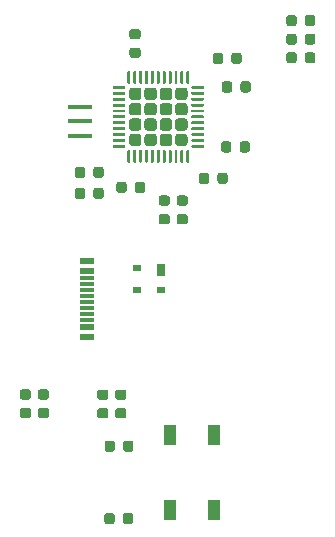
<source format=gbr>
%TF.GenerationSoftware,KiCad,Pcbnew,(5.1.6)-1*%
%TF.CreationDate,2020-05-31T03:06:52+03:00*%
%TF.ProjectId,Project,50726f6a-6563-4742-9e6b-696361645f70,rev?*%
%TF.SameCoordinates,Original*%
%TF.FileFunction,Paste,Bot*%
%TF.FilePolarity,Positive*%
%FSLAX46Y46*%
G04 Gerber Fmt 4.6, Leading zero omitted, Abs format (unit mm)*
G04 Created by KiCad (PCBNEW (5.1.6)-1) date 2020-05-31 03:06:52*
%MOMM*%
%LPD*%
G01*
G04 APERTURE LIST*
%ADD10R,1.000000X1.700000*%
%ADD11R,0.700000X1.000000*%
%ADD12R,0.700000X0.600000*%
%ADD13R,1.150000X0.600000*%
%ADD14R,1.150000X0.300000*%
%ADD15R,2.000000X0.400000*%
G04 APERTURE END LIST*
%TO.C,C11*%
G36*
G01*
X72370200Y-107541350D02*
X72370200Y-108053850D01*
G75*
G02*
X72151450Y-108272600I-218750J0D01*
G01*
X71713950Y-108272600D01*
G75*
G02*
X71495200Y-108053850I0J218750D01*
G01*
X71495200Y-107541350D01*
G75*
G02*
X71713950Y-107322600I218750J0D01*
G01*
X72151450Y-107322600D01*
G75*
G02*
X72370200Y-107541350I0J-218750D01*
G01*
G37*
G36*
G01*
X73945200Y-107541350D02*
X73945200Y-108053850D01*
G75*
G02*
X73726450Y-108272600I-218750J0D01*
G01*
X73288950Y-108272600D01*
G75*
G02*
X73070200Y-108053850I0J218750D01*
G01*
X73070200Y-107541350D01*
G75*
G02*
X73288950Y-107322600I218750J0D01*
G01*
X73726450Y-107322600D01*
G75*
G02*
X73945200Y-107541350I0J-218750D01*
G01*
G37*
%TD*%
%TO.C,C10*%
G36*
G01*
X73970600Y-101419950D02*
X73970600Y-101932450D01*
G75*
G02*
X73751850Y-102151200I-218750J0D01*
G01*
X73314350Y-102151200D01*
G75*
G02*
X73095600Y-101932450I0J218750D01*
G01*
X73095600Y-101419950D01*
G75*
G02*
X73314350Y-101201200I218750J0D01*
G01*
X73751850Y-101201200D01*
G75*
G02*
X73970600Y-101419950I0J-218750D01*
G01*
G37*
G36*
G01*
X72395600Y-101419950D02*
X72395600Y-101932450D01*
G75*
G02*
X72176850Y-102151200I-218750J0D01*
G01*
X71739350Y-102151200D01*
G75*
G02*
X71520600Y-101932450I0J218750D01*
G01*
X71520600Y-101419950D01*
G75*
G02*
X71739350Y-101201200I218750J0D01*
G01*
X72176850Y-101201200D01*
G75*
G02*
X72395600Y-101419950I0J-218750D01*
G01*
G37*
%TD*%
%TO.C,U2*%
G36*
G01*
X74398001Y-72362000D02*
X73847999Y-72362000D01*
G75*
G02*
X73598000Y-72112001I0J249999D01*
G01*
X73598000Y-71561999D01*
G75*
G02*
X73847999Y-71312000I249999J0D01*
G01*
X74398001Y-71312000D01*
G75*
G02*
X74648000Y-71561999I0J-249999D01*
G01*
X74648000Y-72112001D01*
G75*
G02*
X74398001Y-72362000I-249999J0D01*
G01*
G37*
G36*
G01*
X75698001Y-72362000D02*
X75147999Y-72362000D01*
G75*
G02*
X74898000Y-72112001I0J249999D01*
G01*
X74898000Y-71561999D01*
G75*
G02*
X75147999Y-71312000I249999J0D01*
G01*
X75698001Y-71312000D01*
G75*
G02*
X75948000Y-71561999I0J-249999D01*
G01*
X75948000Y-72112001D01*
G75*
G02*
X75698001Y-72362000I-249999J0D01*
G01*
G37*
G36*
G01*
X76998001Y-72362000D02*
X76447999Y-72362000D01*
G75*
G02*
X76198000Y-72112001I0J249999D01*
G01*
X76198000Y-71561999D01*
G75*
G02*
X76447999Y-71312000I249999J0D01*
G01*
X76998001Y-71312000D01*
G75*
G02*
X77248000Y-71561999I0J-249999D01*
G01*
X77248000Y-72112001D01*
G75*
G02*
X76998001Y-72362000I-249999J0D01*
G01*
G37*
G36*
G01*
X78298001Y-72362000D02*
X77747999Y-72362000D01*
G75*
G02*
X77498000Y-72112001I0J249999D01*
G01*
X77498000Y-71561999D01*
G75*
G02*
X77747999Y-71312000I249999J0D01*
G01*
X78298001Y-71312000D01*
G75*
G02*
X78548000Y-71561999I0J-249999D01*
G01*
X78548000Y-72112001D01*
G75*
G02*
X78298001Y-72362000I-249999J0D01*
G01*
G37*
G36*
G01*
X74398001Y-73662000D02*
X73847999Y-73662000D01*
G75*
G02*
X73598000Y-73412001I0J249999D01*
G01*
X73598000Y-72861999D01*
G75*
G02*
X73847999Y-72612000I249999J0D01*
G01*
X74398001Y-72612000D01*
G75*
G02*
X74648000Y-72861999I0J-249999D01*
G01*
X74648000Y-73412001D01*
G75*
G02*
X74398001Y-73662000I-249999J0D01*
G01*
G37*
G36*
G01*
X75698001Y-73662000D02*
X75147999Y-73662000D01*
G75*
G02*
X74898000Y-73412001I0J249999D01*
G01*
X74898000Y-72861999D01*
G75*
G02*
X75147999Y-72612000I249999J0D01*
G01*
X75698001Y-72612000D01*
G75*
G02*
X75948000Y-72861999I0J-249999D01*
G01*
X75948000Y-73412001D01*
G75*
G02*
X75698001Y-73662000I-249999J0D01*
G01*
G37*
G36*
G01*
X76998001Y-73662000D02*
X76447999Y-73662000D01*
G75*
G02*
X76198000Y-73412001I0J249999D01*
G01*
X76198000Y-72861999D01*
G75*
G02*
X76447999Y-72612000I249999J0D01*
G01*
X76998001Y-72612000D01*
G75*
G02*
X77248000Y-72861999I0J-249999D01*
G01*
X77248000Y-73412001D01*
G75*
G02*
X76998001Y-73662000I-249999J0D01*
G01*
G37*
G36*
G01*
X78298001Y-73662000D02*
X77747999Y-73662000D01*
G75*
G02*
X77498000Y-73412001I0J249999D01*
G01*
X77498000Y-72861999D01*
G75*
G02*
X77747999Y-72612000I249999J0D01*
G01*
X78298001Y-72612000D01*
G75*
G02*
X78548000Y-72861999I0J-249999D01*
G01*
X78548000Y-73412001D01*
G75*
G02*
X78298001Y-73662000I-249999J0D01*
G01*
G37*
G36*
G01*
X74398001Y-74962000D02*
X73847999Y-74962000D01*
G75*
G02*
X73598000Y-74712001I0J249999D01*
G01*
X73598000Y-74161999D01*
G75*
G02*
X73847999Y-73912000I249999J0D01*
G01*
X74398001Y-73912000D01*
G75*
G02*
X74648000Y-74161999I0J-249999D01*
G01*
X74648000Y-74712001D01*
G75*
G02*
X74398001Y-74962000I-249999J0D01*
G01*
G37*
G36*
G01*
X75698001Y-74962000D02*
X75147999Y-74962000D01*
G75*
G02*
X74898000Y-74712001I0J249999D01*
G01*
X74898000Y-74161999D01*
G75*
G02*
X75147999Y-73912000I249999J0D01*
G01*
X75698001Y-73912000D01*
G75*
G02*
X75948000Y-74161999I0J-249999D01*
G01*
X75948000Y-74712001D01*
G75*
G02*
X75698001Y-74962000I-249999J0D01*
G01*
G37*
G36*
G01*
X76998001Y-74962000D02*
X76447999Y-74962000D01*
G75*
G02*
X76198000Y-74712001I0J249999D01*
G01*
X76198000Y-74161999D01*
G75*
G02*
X76447999Y-73912000I249999J0D01*
G01*
X76998001Y-73912000D01*
G75*
G02*
X77248000Y-74161999I0J-249999D01*
G01*
X77248000Y-74712001D01*
G75*
G02*
X76998001Y-74962000I-249999J0D01*
G01*
G37*
G36*
G01*
X78298001Y-74962000D02*
X77747999Y-74962000D01*
G75*
G02*
X77498000Y-74712001I0J249999D01*
G01*
X77498000Y-74161999D01*
G75*
G02*
X77747999Y-73912000I249999J0D01*
G01*
X78298001Y-73912000D01*
G75*
G02*
X78548000Y-74161999I0J-249999D01*
G01*
X78548000Y-74712001D01*
G75*
G02*
X78298001Y-74962000I-249999J0D01*
G01*
G37*
G36*
G01*
X74398001Y-76262000D02*
X73847999Y-76262000D01*
G75*
G02*
X73598000Y-76012001I0J249999D01*
G01*
X73598000Y-75461999D01*
G75*
G02*
X73847999Y-75212000I249999J0D01*
G01*
X74398001Y-75212000D01*
G75*
G02*
X74648000Y-75461999I0J-249999D01*
G01*
X74648000Y-76012001D01*
G75*
G02*
X74398001Y-76262000I-249999J0D01*
G01*
G37*
G36*
G01*
X75698001Y-76262000D02*
X75147999Y-76262000D01*
G75*
G02*
X74898000Y-76012001I0J249999D01*
G01*
X74898000Y-75461999D01*
G75*
G02*
X75147999Y-75212000I249999J0D01*
G01*
X75698001Y-75212000D01*
G75*
G02*
X75948000Y-75461999I0J-249999D01*
G01*
X75948000Y-76012001D01*
G75*
G02*
X75698001Y-76262000I-249999J0D01*
G01*
G37*
G36*
G01*
X76998001Y-76262000D02*
X76447999Y-76262000D01*
G75*
G02*
X76198000Y-76012001I0J249999D01*
G01*
X76198000Y-75461999D01*
G75*
G02*
X76447999Y-75212000I249999J0D01*
G01*
X76998001Y-75212000D01*
G75*
G02*
X77248000Y-75461999I0J-249999D01*
G01*
X77248000Y-76012001D01*
G75*
G02*
X76998001Y-76262000I-249999J0D01*
G01*
G37*
G36*
G01*
X78298001Y-76262000D02*
X77747999Y-76262000D01*
G75*
G02*
X77498000Y-76012001I0J249999D01*
G01*
X77498000Y-75461999D01*
G75*
G02*
X77747999Y-75212000I249999J0D01*
G01*
X78298001Y-75212000D01*
G75*
G02*
X78548000Y-75461999I0J-249999D01*
G01*
X78548000Y-76012001D01*
G75*
G02*
X78298001Y-76262000I-249999J0D01*
G01*
G37*
G36*
G01*
X79885500Y-76412000D02*
X78935500Y-76412000D01*
G75*
G02*
X78873000Y-76349500I0J62500D01*
G01*
X78873000Y-76224500D01*
G75*
G02*
X78935500Y-76162000I62500J0D01*
G01*
X79885500Y-76162000D01*
G75*
G02*
X79948000Y-76224500I0J-62500D01*
G01*
X79948000Y-76349500D01*
G75*
G02*
X79885500Y-76412000I-62500J0D01*
G01*
G37*
G36*
G01*
X79885500Y-75912000D02*
X78935500Y-75912000D01*
G75*
G02*
X78873000Y-75849500I0J62500D01*
G01*
X78873000Y-75724500D01*
G75*
G02*
X78935500Y-75662000I62500J0D01*
G01*
X79885500Y-75662000D01*
G75*
G02*
X79948000Y-75724500I0J-62500D01*
G01*
X79948000Y-75849500D01*
G75*
G02*
X79885500Y-75912000I-62500J0D01*
G01*
G37*
G36*
G01*
X79885500Y-75412000D02*
X78935500Y-75412000D01*
G75*
G02*
X78873000Y-75349500I0J62500D01*
G01*
X78873000Y-75224500D01*
G75*
G02*
X78935500Y-75162000I62500J0D01*
G01*
X79885500Y-75162000D01*
G75*
G02*
X79948000Y-75224500I0J-62500D01*
G01*
X79948000Y-75349500D01*
G75*
G02*
X79885500Y-75412000I-62500J0D01*
G01*
G37*
G36*
G01*
X79885500Y-74912000D02*
X78935500Y-74912000D01*
G75*
G02*
X78873000Y-74849500I0J62500D01*
G01*
X78873000Y-74724500D01*
G75*
G02*
X78935500Y-74662000I62500J0D01*
G01*
X79885500Y-74662000D01*
G75*
G02*
X79948000Y-74724500I0J-62500D01*
G01*
X79948000Y-74849500D01*
G75*
G02*
X79885500Y-74912000I-62500J0D01*
G01*
G37*
G36*
G01*
X79885500Y-74412000D02*
X78935500Y-74412000D01*
G75*
G02*
X78873000Y-74349500I0J62500D01*
G01*
X78873000Y-74224500D01*
G75*
G02*
X78935500Y-74162000I62500J0D01*
G01*
X79885500Y-74162000D01*
G75*
G02*
X79948000Y-74224500I0J-62500D01*
G01*
X79948000Y-74349500D01*
G75*
G02*
X79885500Y-74412000I-62500J0D01*
G01*
G37*
G36*
G01*
X79885500Y-73912000D02*
X78935500Y-73912000D01*
G75*
G02*
X78873000Y-73849500I0J62500D01*
G01*
X78873000Y-73724500D01*
G75*
G02*
X78935500Y-73662000I62500J0D01*
G01*
X79885500Y-73662000D01*
G75*
G02*
X79948000Y-73724500I0J-62500D01*
G01*
X79948000Y-73849500D01*
G75*
G02*
X79885500Y-73912000I-62500J0D01*
G01*
G37*
G36*
G01*
X79885500Y-73412000D02*
X78935500Y-73412000D01*
G75*
G02*
X78873000Y-73349500I0J62500D01*
G01*
X78873000Y-73224500D01*
G75*
G02*
X78935500Y-73162000I62500J0D01*
G01*
X79885500Y-73162000D01*
G75*
G02*
X79948000Y-73224500I0J-62500D01*
G01*
X79948000Y-73349500D01*
G75*
G02*
X79885500Y-73412000I-62500J0D01*
G01*
G37*
G36*
G01*
X79885500Y-72912000D02*
X78935500Y-72912000D01*
G75*
G02*
X78873000Y-72849500I0J62500D01*
G01*
X78873000Y-72724500D01*
G75*
G02*
X78935500Y-72662000I62500J0D01*
G01*
X79885500Y-72662000D01*
G75*
G02*
X79948000Y-72724500I0J-62500D01*
G01*
X79948000Y-72849500D01*
G75*
G02*
X79885500Y-72912000I-62500J0D01*
G01*
G37*
G36*
G01*
X79885500Y-72412000D02*
X78935500Y-72412000D01*
G75*
G02*
X78873000Y-72349500I0J62500D01*
G01*
X78873000Y-72224500D01*
G75*
G02*
X78935500Y-72162000I62500J0D01*
G01*
X79885500Y-72162000D01*
G75*
G02*
X79948000Y-72224500I0J-62500D01*
G01*
X79948000Y-72349500D01*
G75*
G02*
X79885500Y-72412000I-62500J0D01*
G01*
G37*
G36*
G01*
X79885500Y-71912000D02*
X78935500Y-71912000D01*
G75*
G02*
X78873000Y-71849500I0J62500D01*
G01*
X78873000Y-71724500D01*
G75*
G02*
X78935500Y-71662000I62500J0D01*
G01*
X79885500Y-71662000D01*
G75*
G02*
X79948000Y-71724500I0J-62500D01*
G01*
X79948000Y-71849500D01*
G75*
G02*
X79885500Y-71912000I-62500J0D01*
G01*
G37*
G36*
G01*
X79885500Y-71412000D02*
X78935500Y-71412000D01*
G75*
G02*
X78873000Y-71349500I0J62500D01*
G01*
X78873000Y-71224500D01*
G75*
G02*
X78935500Y-71162000I62500J0D01*
G01*
X79885500Y-71162000D01*
G75*
G02*
X79948000Y-71224500I0J-62500D01*
G01*
X79948000Y-71349500D01*
G75*
G02*
X79885500Y-71412000I-62500J0D01*
G01*
G37*
G36*
G01*
X78635500Y-70987000D02*
X78510500Y-70987000D01*
G75*
G02*
X78448000Y-70924500I0J62500D01*
G01*
X78448000Y-69974500D01*
G75*
G02*
X78510500Y-69912000I62500J0D01*
G01*
X78635500Y-69912000D01*
G75*
G02*
X78698000Y-69974500I0J-62500D01*
G01*
X78698000Y-70924500D01*
G75*
G02*
X78635500Y-70987000I-62500J0D01*
G01*
G37*
G36*
G01*
X78135500Y-70987000D02*
X78010500Y-70987000D01*
G75*
G02*
X77948000Y-70924500I0J62500D01*
G01*
X77948000Y-69974500D01*
G75*
G02*
X78010500Y-69912000I62500J0D01*
G01*
X78135500Y-69912000D01*
G75*
G02*
X78198000Y-69974500I0J-62500D01*
G01*
X78198000Y-70924500D01*
G75*
G02*
X78135500Y-70987000I-62500J0D01*
G01*
G37*
G36*
G01*
X77635500Y-70987000D02*
X77510500Y-70987000D01*
G75*
G02*
X77448000Y-70924500I0J62500D01*
G01*
X77448000Y-69974500D01*
G75*
G02*
X77510500Y-69912000I62500J0D01*
G01*
X77635500Y-69912000D01*
G75*
G02*
X77698000Y-69974500I0J-62500D01*
G01*
X77698000Y-70924500D01*
G75*
G02*
X77635500Y-70987000I-62500J0D01*
G01*
G37*
G36*
G01*
X77135500Y-70987000D02*
X77010500Y-70987000D01*
G75*
G02*
X76948000Y-70924500I0J62500D01*
G01*
X76948000Y-69974500D01*
G75*
G02*
X77010500Y-69912000I62500J0D01*
G01*
X77135500Y-69912000D01*
G75*
G02*
X77198000Y-69974500I0J-62500D01*
G01*
X77198000Y-70924500D01*
G75*
G02*
X77135500Y-70987000I-62500J0D01*
G01*
G37*
G36*
G01*
X76635500Y-70987000D02*
X76510500Y-70987000D01*
G75*
G02*
X76448000Y-70924500I0J62500D01*
G01*
X76448000Y-69974500D01*
G75*
G02*
X76510500Y-69912000I62500J0D01*
G01*
X76635500Y-69912000D01*
G75*
G02*
X76698000Y-69974500I0J-62500D01*
G01*
X76698000Y-70924500D01*
G75*
G02*
X76635500Y-70987000I-62500J0D01*
G01*
G37*
G36*
G01*
X76135500Y-70987000D02*
X76010500Y-70987000D01*
G75*
G02*
X75948000Y-70924500I0J62500D01*
G01*
X75948000Y-69974500D01*
G75*
G02*
X76010500Y-69912000I62500J0D01*
G01*
X76135500Y-69912000D01*
G75*
G02*
X76198000Y-69974500I0J-62500D01*
G01*
X76198000Y-70924500D01*
G75*
G02*
X76135500Y-70987000I-62500J0D01*
G01*
G37*
G36*
G01*
X75635500Y-70987000D02*
X75510500Y-70987000D01*
G75*
G02*
X75448000Y-70924500I0J62500D01*
G01*
X75448000Y-69974500D01*
G75*
G02*
X75510500Y-69912000I62500J0D01*
G01*
X75635500Y-69912000D01*
G75*
G02*
X75698000Y-69974500I0J-62500D01*
G01*
X75698000Y-70924500D01*
G75*
G02*
X75635500Y-70987000I-62500J0D01*
G01*
G37*
G36*
G01*
X75135500Y-70987000D02*
X75010500Y-70987000D01*
G75*
G02*
X74948000Y-70924500I0J62500D01*
G01*
X74948000Y-69974500D01*
G75*
G02*
X75010500Y-69912000I62500J0D01*
G01*
X75135500Y-69912000D01*
G75*
G02*
X75198000Y-69974500I0J-62500D01*
G01*
X75198000Y-70924500D01*
G75*
G02*
X75135500Y-70987000I-62500J0D01*
G01*
G37*
G36*
G01*
X74635500Y-70987000D02*
X74510500Y-70987000D01*
G75*
G02*
X74448000Y-70924500I0J62500D01*
G01*
X74448000Y-69974500D01*
G75*
G02*
X74510500Y-69912000I62500J0D01*
G01*
X74635500Y-69912000D01*
G75*
G02*
X74698000Y-69974500I0J-62500D01*
G01*
X74698000Y-70924500D01*
G75*
G02*
X74635500Y-70987000I-62500J0D01*
G01*
G37*
G36*
G01*
X74135500Y-70987000D02*
X74010500Y-70987000D01*
G75*
G02*
X73948000Y-70924500I0J62500D01*
G01*
X73948000Y-69974500D01*
G75*
G02*
X74010500Y-69912000I62500J0D01*
G01*
X74135500Y-69912000D01*
G75*
G02*
X74198000Y-69974500I0J-62500D01*
G01*
X74198000Y-70924500D01*
G75*
G02*
X74135500Y-70987000I-62500J0D01*
G01*
G37*
G36*
G01*
X73635500Y-70987000D02*
X73510500Y-70987000D01*
G75*
G02*
X73448000Y-70924500I0J62500D01*
G01*
X73448000Y-69974500D01*
G75*
G02*
X73510500Y-69912000I62500J0D01*
G01*
X73635500Y-69912000D01*
G75*
G02*
X73698000Y-69974500I0J-62500D01*
G01*
X73698000Y-70924500D01*
G75*
G02*
X73635500Y-70987000I-62500J0D01*
G01*
G37*
G36*
G01*
X73210500Y-71412000D02*
X72260500Y-71412000D01*
G75*
G02*
X72198000Y-71349500I0J62500D01*
G01*
X72198000Y-71224500D01*
G75*
G02*
X72260500Y-71162000I62500J0D01*
G01*
X73210500Y-71162000D01*
G75*
G02*
X73273000Y-71224500I0J-62500D01*
G01*
X73273000Y-71349500D01*
G75*
G02*
X73210500Y-71412000I-62500J0D01*
G01*
G37*
G36*
G01*
X73210500Y-71912000D02*
X72260500Y-71912000D01*
G75*
G02*
X72198000Y-71849500I0J62500D01*
G01*
X72198000Y-71724500D01*
G75*
G02*
X72260500Y-71662000I62500J0D01*
G01*
X73210500Y-71662000D01*
G75*
G02*
X73273000Y-71724500I0J-62500D01*
G01*
X73273000Y-71849500D01*
G75*
G02*
X73210500Y-71912000I-62500J0D01*
G01*
G37*
G36*
G01*
X73210500Y-72412000D02*
X72260500Y-72412000D01*
G75*
G02*
X72198000Y-72349500I0J62500D01*
G01*
X72198000Y-72224500D01*
G75*
G02*
X72260500Y-72162000I62500J0D01*
G01*
X73210500Y-72162000D01*
G75*
G02*
X73273000Y-72224500I0J-62500D01*
G01*
X73273000Y-72349500D01*
G75*
G02*
X73210500Y-72412000I-62500J0D01*
G01*
G37*
G36*
G01*
X73210500Y-72912000D02*
X72260500Y-72912000D01*
G75*
G02*
X72198000Y-72849500I0J62500D01*
G01*
X72198000Y-72724500D01*
G75*
G02*
X72260500Y-72662000I62500J0D01*
G01*
X73210500Y-72662000D01*
G75*
G02*
X73273000Y-72724500I0J-62500D01*
G01*
X73273000Y-72849500D01*
G75*
G02*
X73210500Y-72912000I-62500J0D01*
G01*
G37*
G36*
G01*
X73210500Y-73412000D02*
X72260500Y-73412000D01*
G75*
G02*
X72198000Y-73349500I0J62500D01*
G01*
X72198000Y-73224500D01*
G75*
G02*
X72260500Y-73162000I62500J0D01*
G01*
X73210500Y-73162000D01*
G75*
G02*
X73273000Y-73224500I0J-62500D01*
G01*
X73273000Y-73349500D01*
G75*
G02*
X73210500Y-73412000I-62500J0D01*
G01*
G37*
G36*
G01*
X73210500Y-73912000D02*
X72260500Y-73912000D01*
G75*
G02*
X72198000Y-73849500I0J62500D01*
G01*
X72198000Y-73724500D01*
G75*
G02*
X72260500Y-73662000I62500J0D01*
G01*
X73210500Y-73662000D01*
G75*
G02*
X73273000Y-73724500I0J-62500D01*
G01*
X73273000Y-73849500D01*
G75*
G02*
X73210500Y-73912000I-62500J0D01*
G01*
G37*
G36*
G01*
X73210500Y-74412000D02*
X72260500Y-74412000D01*
G75*
G02*
X72198000Y-74349500I0J62500D01*
G01*
X72198000Y-74224500D01*
G75*
G02*
X72260500Y-74162000I62500J0D01*
G01*
X73210500Y-74162000D01*
G75*
G02*
X73273000Y-74224500I0J-62500D01*
G01*
X73273000Y-74349500D01*
G75*
G02*
X73210500Y-74412000I-62500J0D01*
G01*
G37*
G36*
G01*
X73210500Y-74912000D02*
X72260500Y-74912000D01*
G75*
G02*
X72198000Y-74849500I0J62500D01*
G01*
X72198000Y-74724500D01*
G75*
G02*
X72260500Y-74662000I62500J0D01*
G01*
X73210500Y-74662000D01*
G75*
G02*
X73273000Y-74724500I0J-62500D01*
G01*
X73273000Y-74849500D01*
G75*
G02*
X73210500Y-74912000I-62500J0D01*
G01*
G37*
G36*
G01*
X73210500Y-75412000D02*
X72260500Y-75412000D01*
G75*
G02*
X72198000Y-75349500I0J62500D01*
G01*
X72198000Y-75224500D01*
G75*
G02*
X72260500Y-75162000I62500J0D01*
G01*
X73210500Y-75162000D01*
G75*
G02*
X73273000Y-75224500I0J-62500D01*
G01*
X73273000Y-75349500D01*
G75*
G02*
X73210500Y-75412000I-62500J0D01*
G01*
G37*
G36*
G01*
X73210500Y-75912000D02*
X72260500Y-75912000D01*
G75*
G02*
X72198000Y-75849500I0J62500D01*
G01*
X72198000Y-75724500D01*
G75*
G02*
X72260500Y-75662000I62500J0D01*
G01*
X73210500Y-75662000D01*
G75*
G02*
X73273000Y-75724500I0J-62500D01*
G01*
X73273000Y-75849500D01*
G75*
G02*
X73210500Y-75912000I-62500J0D01*
G01*
G37*
G36*
G01*
X73210500Y-76412000D02*
X72260500Y-76412000D01*
G75*
G02*
X72198000Y-76349500I0J62500D01*
G01*
X72198000Y-76224500D01*
G75*
G02*
X72260500Y-76162000I62500J0D01*
G01*
X73210500Y-76162000D01*
G75*
G02*
X73273000Y-76224500I0J-62500D01*
G01*
X73273000Y-76349500D01*
G75*
G02*
X73210500Y-76412000I-62500J0D01*
G01*
G37*
G36*
G01*
X73635500Y-77662000D02*
X73510500Y-77662000D01*
G75*
G02*
X73448000Y-77599500I0J62500D01*
G01*
X73448000Y-76649500D01*
G75*
G02*
X73510500Y-76587000I62500J0D01*
G01*
X73635500Y-76587000D01*
G75*
G02*
X73698000Y-76649500I0J-62500D01*
G01*
X73698000Y-77599500D01*
G75*
G02*
X73635500Y-77662000I-62500J0D01*
G01*
G37*
G36*
G01*
X74135500Y-77662000D02*
X74010500Y-77662000D01*
G75*
G02*
X73948000Y-77599500I0J62500D01*
G01*
X73948000Y-76649500D01*
G75*
G02*
X74010500Y-76587000I62500J0D01*
G01*
X74135500Y-76587000D01*
G75*
G02*
X74198000Y-76649500I0J-62500D01*
G01*
X74198000Y-77599500D01*
G75*
G02*
X74135500Y-77662000I-62500J0D01*
G01*
G37*
G36*
G01*
X74635500Y-77662000D02*
X74510500Y-77662000D01*
G75*
G02*
X74448000Y-77599500I0J62500D01*
G01*
X74448000Y-76649500D01*
G75*
G02*
X74510500Y-76587000I62500J0D01*
G01*
X74635500Y-76587000D01*
G75*
G02*
X74698000Y-76649500I0J-62500D01*
G01*
X74698000Y-77599500D01*
G75*
G02*
X74635500Y-77662000I-62500J0D01*
G01*
G37*
G36*
G01*
X75135500Y-77662000D02*
X75010500Y-77662000D01*
G75*
G02*
X74948000Y-77599500I0J62500D01*
G01*
X74948000Y-76649500D01*
G75*
G02*
X75010500Y-76587000I62500J0D01*
G01*
X75135500Y-76587000D01*
G75*
G02*
X75198000Y-76649500I0J-62500D01*
G01*
X75198000Y-77599500D01*
G75*
G02*
X75135500Y-77662000I-62500J0D01*
G01*
G37*
G36*
G01*
X75635500Y-77662000D02*
X75510500Y-77662000D01*
G75*
G02*
X75448000Y-77599500I0J62500D01*
G01*
X75448000Y-76649500D01*
G75*
G02*
X75510500Y-76587000I62500J0D01*
G01*
X75635500Y-76587000D01*
G75*
G02*
X75698000Y-76649500I0J-62500D01*
G01*
X75698000Y-77599500D01*
G75*
G02*
X75635500Y-77662000I-62500J0D01*
G01*
G37*
G36*
G01*
X76135500Y-77662000D02*
X76010500Y-77662000D01*
G75*
G02*
X75948000Y-77599500I0J62500D01*
G01*
X75948000Y-76649500D01*
G75*
G02*
X76010500Y-76587000I62500J0D01*
G01*
X76135500Y-76587000D01*
G75*
G02*
X76198000Y-76649500I0J-62500D01*
G01*
X76198000Y-77599500D01*
G75*
G02*
X76135500Y-77662000I-62500J0D01*
G01*
G37*
G36*
G01*
X76635500Y-77662000D02*
X76510500Y-77662000D01*
G75*
G02*
X76448000Y-77599500I0J62500D01*
G01*
X76448000Y-76649500D01*
G75*
G02*
X76510500Y-76587000I62500J0D01*
G01*
X76635500Y-76587000D01*
G75*
G02*
X76698000Y-76649500I0J-62500D01*
G01*
X76698000Y-77599500D01*
G75*
G02*
X76635500Y-77662000I-62500J0D01*
G01*
G37*
G36*
G01*
X77135500Y-77662000D02*
X77010500Y-77662000D01*
G75*
G02*
X76948000Y-77599500I0J62500D01*
G01*
X76948000Y-76649500D01*
G75*
G02*
X77010500Y-76587000I62500J0D01*
G01*
X77135500Y-76587000D01*
G75*
G02*
X77198000Y-76649500I0J-62500D01*
G01*
X77198000Y-77599500D01*
G75*
G02*
X77135500Y-77662000I-62500J0D01*
G01*
G37*
G36*
G01*
X77635500Y-77662000D02*
X77510500Y-77662000D01*
G75*
G02*
X77448000Y-77599500I0J62500D01*
G01*
X77448000Y-76649500D01*
G75*
G02*
X77510500Y-76587000I62500J0D01*
G01*
X77635500Y-76587000D01*
G75*
G02*
X77698000Y-76649500I0J-62500D01*
G01*
X77698000Y-77599500D01*
G75*
G02*
X77635500Y-77662000I-62500J0D01*
G01*
G37*
G36*
G01*
X78135500Y-77662000D02*
X78010500Y-77662000D01*
G75*
G02*
X77948000Y-77599500I0J62500D01*
G01*
X77948000Y-76649500D01*
G75*
G02*
X78010500Y-76587000I62500J0D01*
G01*
X78135500Y-76587000D01*
G75*
G02*
X78198000Y-76649500I0J-62500D01*
G01*
X78198000Y-77599500D01*
G75*
G02*
X78135500Y-77662000I-62500J0D01*
G01*
G37*
G36*
G01*
X78635500Y-77662000D02*
X78510500Y-77662000D01*
G75*
G02*
X78448000Y-77599500I0J62500D01*
G01*
X78448000Y-76649500D01*
G75*
G02*
X78510500Y-76587000I62500J0D01*
G01*
X78635500Y-76587000D01*
G75*
G02*
X78698000Y-76649500I0J-62500D01*
G01*
X78698000Y-77599500D01*
G75*
G02*
X78635500Y-77662000I-62500J0D01*
G01*
G37*
%TD*%
D10*
%TO.C,Reset*%
X80830500Y-107036000D03*
X80830500Y-100736000D03*
X77030500Y-107036000D03*
X77030500Y-100736000D03*
%TD*%
D11*
%TO.C,U1*%
X76311000Y-86753000D03*
D12*
X74311000Y-86553000D03*
X76311000Y-88453000D03*
X74311000Y-88453000D03*
%TD*%
D13*
%TO.C,USB1*%
X70044600Y-86011400D03*
X70044600Y-92411400D03*
X70044600Y-86811400D03*
X70044600Y-91611400D03*
D14*
X70044600Y-90961400D03*
X70044600Y-87461400D03*
X70044600Y-90461400D03*
X70044600Y-87961400D03*
X70044600Y-89961400D03*
X70044600Y-88461400D03*
X70044600Y-88961400D03*
X70044600Y-89461400D03*
%TD*%
D15*
%TO.C,X1*%
X69469000Y-74168000D03*
X69469000Y-72968000D03*
X69469000Y-75368000D03*
%TD*%
%TO.C,C1*%
G36*
G01*
X79509000Y-79250250D02*
X79509000Y-78737750D01*
G75*
G02*
X79727750Y-78519000I218750J0D01*
G01*
X80165250Y-78519000D01*
G75*
G02*
X80384000Y-78737750I0J-218750D01*
G01*
X80384000Y-79250250D01*
G75*
G02*
X80165250Y-79469000I-218750J0D01*
G01*
X79727750Y-79469000D01*
G75*
G02*
X79509000Y-79250250I0J218750D01*
G01*
G37*
G36*
G01*
X81084000Y-79250250D02*
X81084000Y-78737750D01*
G75*
G02*
X81302750Y-78519000I218750J0D01*
G01*
X81740250Y-78519000D01*
G75*
G02*
X81959000Y-78737750I0J-218750D01*
G01*
X81959000Y-79250250D01*
G75*
G02*
X81740250Y-79469000I-218750J0D01*
G01*
X81302750Y-79469000D01*
G75*
G02*
X81084000Y-79250250I0J218750D01*
G01*
G37*
%TD*%
%TO.C,C2*%
G36*
G01*
X81388500Y-76583250D02*
X81388500Y-76070750D01*
G75*
G02*
X81607250Y-75852000I218750J0D01*
G01*
X82044750Y-75852000D01*
G75*
G02*
X82263500Y-76070750I0J-218750D01*
G01*
X82263500Y-76583250D01*
G75*
G02*
X82044750Y-76802000I-218750J0D01*
G01*
X81607250Y-76802000D01*
G75*
G02*
X81388500Y-76583250I0J218750D01*
G01*
G37*
G36*
G01*
X82963500Y-76583250D02*
X82963500Y-76070750D01*
G75*
G02*
X83182250Y-75852000I218750J0D01*
G01*
X83619750Y-75852000D01*
G75*
G02*
X83838500Y-76070750I0J-218750D01*
G01*
X83838500Y-76583250D01*
G75*
G02*
X83619750Y-76802000I-218750J0D01*
G01*
X83182250Y-76802000D01*
G75*
G02*
X82963500Y-76583250I0J218750D01*
G01*
G37*
%TD*%
%TO.C,C3*%
G36*
G01*
X83027000Y-71503250D02*
X83027000Y-70990750D01*
G75*
G02*
X83245750Y-70772000I218750J0D01*
G01*
X83683250Y-70772000D01*
G75*
G02*
X83902000Y-70990750I0J-218750D01*
G01*
X83902000Y-71503250D01*
G75*
G02*
X83683250Y-71722000I-218750J0D01*
G01*
X83245750Y-71722000D01*
G75*
G02*
X83027000Y-71503250I0J218750D01*
G01*
G37*
G36*
G01*
X81452000Y-71503250D02*
X81452000Y-70990750D01*
G75*
G02*
X81670750Y-70772000I218750J0D01*
G01*
X82108250Y-70772000D01*
G75*
G02*
X82327000Y-70990750I0J-218750D01*
G01*
X82327000Y-71503250D01*
G75*
G02*
X82108250Y-71722000I-218750J0D01*
G01*
X81670750Y-71722000D01*
G75*
G02*
X81452000Y-71503250I0J218750D01*
G01*
G37*
%TD*%
%TO.C,C4*%
G36*
G01*
X74360750Y-68789000D02*
X73848250Y-68789000D01*
G75*
G02*
X73629500Y-68570250I0J218750D01*
G01*
X73629500Y-68132750D01*
G75*
G02*
X73848250Y-67914000I218750J0D01*
G01*
X74360750Y-67914000D01*
G75*
G02*
X74579500Y-68132750I0J-218750D01*
G01*
X74579500Y-68570250D01*
G75*
G02*
X74360750Y-68789000I-218750J0D01*
G01*
G37*
G36*
G01*
X74360750Y-67214000D02*
X73848250Y-67214000D01*
G75*
G02*
X73629500Y-66995250I0J218750D01*
G01*
X73629500Y-66557750D01*
G75*
G02*
X73848250Y-66339000I218750J0D01*
G01*
X74360750Y-66339000D01*
G75*
G02*
X74579500Y-66557750I0J-218750D01*
G01*
X74579500Y-66995250D01*
G75*
G02*
X74360750Y-67214000I-218750J0D01*
G01*
G37*
%TD*%
%TO.C,C5*%
G36*
G01*
X69881000Y-78229750D02*
X69881000Y-78742250D01*
G75*
G02*
X69662250Y-78961000I-218750J0D01*
G01*
X69224750Y-78961000D01*
G75*
G02*
X69006000Y-78742250I0J218750D01*
G01*
X69006000Y-78229750D01*
G75*
G02*
X69224750Y-78011000I218750J0D01*
G01*
X69662250Y-78011000D01*
G75*
G02*
X69881000Y-78229750I0J-218750D01*
G01*
G37*
G36*
G01*
X71456000Y-78229750D02*
X71456000Y-78742250D01*
G75*
G02*
X71237250Y-78961000I-218750J0D01*
G01*
X70799750Y-78961000D01*
G75*
G02*
X70581000Y-78742250I0J218750D01*
G01*
X70581000Y-78229750D01*
G75*
G02*
X70799750Y-78011000I218750J0D01*
G01*
X71237250Y-78011000D01*
G75*
G02*
X71456000Y-78229750I0J-218750D01*
G01*
G37*
%TD*%
%TO.C,C6*%
G36*
G01*
X73399000Y-79499750D02*
X73399000Y-80012250D01*
G75*
G02*
X73180250Y-80231000I-218750J0D01*
G01*
X72742750Y-80231000D01*
G75*
G02*
X72524000Y-80012250I0J218750D01*
G01*
X72524000Y-79499750D01*
G75*
G02*
X72742750Y-79281000I218750J0D01*
G01*
X73180250Y-79281000D01*
G75*
G02*
X73399000Y-79499750I0J-218750D01*
G01*
G37*
G36*
G01*
X74974000Y-79499750D02*
X74974000Y-80012250D01*
G75*
G02*
X74755250Y-80231000I-218750J0D01*
G01*
X74317750Y-80231000D01*
G75*
G02*
X74099000Y-80012250I0J218750D01*
G01*
X74099000Y-79499750D01*
G75*
G02*
X74317750Y-79281000I218750J0D01*
G01*
X74755250Y-79281000D01*
G75*
G02*
X74974000Y-79499750I0J-218750D01*
G01*
G37*
%TD*%
%TO.C,C12*%
G36*
G01*
X86913000Y-69039450D02*
X86913000Y-68526950D01*
G75*
G02*
X87131750Y-68308200I218750J0D01*
G01*
X87569250Y-68308200D01*
G75*
G02*
X87788000Y-68526950I0J-218750D01*
G01*
X87788000Y-69039450D01*
G75*
G02*
X87569250Y-69258200I-218750J0D01*
G01*
X87131750Y-69258200D01*
G75*
G02*
X86913000Y-69039450I0J218750D01*
G01*
G37*
G36*
G01*
X88488000Y-69039450D02*
X88488000Y-68526950D01*
G75*
G02*
X88706750Y-68308200I218750J0D01*
G01*
X89144250Y-68308200D01*
G75*
G02*
X89363000Y-68526950I0J-218750D01*
G01*
X89363000Y-69039450D01*
G75*
G02*
X89144250Y-69258200I-218750J0D01*
G01*
X88706750Y-69258200D01*
G75*
G02*
X88488000Y-69039450I0J218750D01*
G01*
G37*
%TD*%
%TO.C,R1*%
G36*
G01*
X71456000Y-80007750D02*
X71456000Y-80520250D01*
G75*
G02*
X71237250Y-80739000I-218750J0D01*
G01*
X70799750Y-80739000D01*
G75*
G02*
X70581000Y-80520250I0J218750D01*
G01*
X70581000Y-80007750D01*
G75*
G02*
X70799750Y-79789000I218750J0D01*
G01*
X71237250Y-79789000D01*
G75*
G02*
X71456000Y-80007750I0J-218750D01*
G01*
G37*
G36*
G01*
X69881000Y-80007750D02*
X69881000Y-80520250D01*
G75*
G02*
X69662250Y-80739000I-218750J0D01*
G01*
X69224750Y-80739000D01*
G75*
G02*
X69006000Y-80520250I0J218750D01*
G01*
X69006000Y-80007750D01*
G75*
G02*
X69224750Y-79789000I218750J0D01*
G01*
X69662250Y-79789000D01*
G75*
G02*
X69881000Y-80007750I0J-218750D01*
G01*
G37*
%TD*%
%TO.C,R2*%
G36*
G01*
X83140000Y-68577750D02*
X83140000Y-69090250D01*
G75*
G02*
X82921250Y-69309000I-218750J0D01*
G01*
X82483750Y-69309000D01*
G75*
G02*
X82265000Y-69090250I0J218750D01*
G01*
X82265000Y-68577750D01*
G75*
G02*
X82483750Y-68359000I218750J0D01*
G01*
X82921250Y-68359000D01*
G75*
G02*
X83140000Y-68577750I0J-218750D01*
G01*
G37*
G36*
G01*
X81565000Y-68577750D02*
X81565000Y-69090250D01*
G75*
G02*
X81346250Y-69309000I-218750J0D01*
G01*
X80908750Y-69309000D01*
G75*
G02*
X80690000Y-69090250I0J218750D01*
G01*
X80690000Y-68577750D01*
G75*
G02*
X80908750Y-68359000I218750J0D01*
G01*
X81346250Y-68359000D01*
G75*
G02*
X81565000Y-68577750I0J-218750D01*
G01*
G37*
%TD*%
%TO.C,R3*%
G36*
G01*
X89363000Y-66952150D02*
X89363000Y-67464650D01*
G75*
G02*
X89144250Y-67683400I-218750J0D01*
G01*
X88706750Y-67683400D01*
G75*
G02*
X88488000Y-67464650I0J218750D01*
G01*
X88488000Y-66952150D01*
G75*
G02*
X88706750Y-66733400I218750J0D01*
G01*
X89144250Y-66733400D01*
G75*
G02*
X89363000Y-66952150I0J-218750D01*
G01*
G37*
G36*
G01*
X87788000Y-66952150D02*
X87788000Y-67464650D01*
G75*
G02*
X87569250Y-67683400I-218750J0D01*
G01*
X87131750Y-67683400D01*
G75*
G02*
X86913000Y-67464650I0J218750D01*
G01*
X86913000Y-66952150D01*
G75*
G02*
X87131750Y-66733400I218750J0D01*
G01*
X87569250Y-66733400D01*
G75*
G02*
X87788000Y-66952150I0J-218750D01*
G01*
G37*
%TD*%
%TO.C,R4*%
G36*
G01*
X87788000Y-65377350D02*
X87788000Y-65889850D01*
G75*
G02*
X87569250Y-66108600I-218750J0D01*
G01*
X87131750Y-66108600D01*
G75*
G02*
X86913000Y-65889850I0J218750D01*
G01*
X86913000Y-65377350D01*
G75*
G02*
X87131750Y-65158600I218750J0D01*
G01*
X87569250Y-65158600D01*
G75*
G02*
X87788000Y-65377350I0J-218750D01*
G01*
G37*
G36*
G01*
X89363000Y-65377350D02*
X89363000Y-65889850D01*
G75*
G02*
X89144250Y-66108600I-218750J0D01*
G01*
X88706750Y-66108600D01*
G75*
G02*
X88488000Y-65889850I0J218750D01*
G01*
X88488000Y-65377350D01*
G75*
G02*
X88706750Y-65158600I218750J0D01*
G01*
X89144250Y-65158600D01*
G75*
G02*
X89363000Y-65377350I0J-218750D01*
G01*
G37*
%TD*%
%TO.C,UR1*%
G36*
G01*
X78361250Y-81311000D02*
X77848750Y-81311000D01*
G75*
G02*
X77630000Y-81092250I0J218750D01*
G01*
X77630000Y-80654750D01*
G75*
G02*
X77848750Y-80436000I218750J0D01*
G01*
X78361250Y-80436000D01*
G75*
G02*
X78580000Y-80654750I0J-218750D01*
G01*
X78580000Y-81092250D01*
G75*
G02*
X78361250Y-81311000I-218750J0D01*
G01*
G37*
G36*
G01*
X78361250Y-82886000D02*
X77848750Y-82886000D01*
G75*
G02*
X77630000Y-82667250I0J218750D01*
G01*
X77630000Y-82229750D01*
G75*
G02*
X77848750Y-82011000I218750J0D01*
G01*
X78361250Y-82011000D01*
G75*
G02*
X78580000Y-82229750I0J-218750D01*
G01*
X78580000Y-82667250D01*
G75*
G02*
X78361250Y-82886000I-218750J0D01*
G01*
G37*
%TD*%
%TO.C,UR2*%
G36*
G01*
X76837250Y-81311000D02*
X76324750Y-81311000D01*
G75*
G02*
X76106000Y-81092250I0J218750D01*
G01*
X76106000Y-80654750D01*
G75*
G02*
X76324750Y-80436000I218750J0D01*
G01*
X76837250Y-80436000D01*
G75*
G02*
X77056000Y-80654750I0J-218750D01*
G01*
X77056000Y-81092250D01*
G75*
G02*
X76837250Y-81311000I-218750J0D01*
G01*
G37*
G36*
G01*
X76837250Y-82886000D02*
X76324750Y-82886000D01*
G75*
G02*
X76106000Y-82667250I0J218750D01*
G01*
X76106000Y-82229750D01*
G75*
G02*
X76324750Y-82011000I218750J0D01*
G01*
X76837250Y-82011000D01*
G75*
G02*
X77056000Y-82229750I0J-218750D01*
G01*
X77056000Y-82667250D01*
G75*
G02*
X76837250Y-82886000I-218750J0D01*
G01*
G37*
%TD*%
%TO.C,UR3*%
G36*
G01*
X72641750Y-98444800D02*
X73154250Y-98444800D01*
G75*
G02*
X73373000Y-98663550I0J-218750D01*
G01*
X73373000Y-99101050D01*
G75*
G02*
X73154250Y-99319800I-218750J0D01*
G01*
X72641750Y-99319800D01*
G75*
G02*
X72423000Y-99101050I0J218750D01*
G01*
X72423000Y-98663550D01*
G75*
G02*
X72641750Y-98444800I218750J0D01*
G01*
G37*
G36*
G01*
X72641750Y-96869800D02*
X73154250Y-96869800D01*
G75*
G02*
X73373000Y-97088550I0J-218750D01*
G01*
X73373000Y-97526050D01*
G75*
G02*
X73154250Y-97744800I-218750J0D01*
G01*
X72641750Y-97744800D01*
G75*
G02*
X72423000Y-97526050I0J218750D01*
G01*
X72423000Y-97088550D01*
G75*
G02*
X72641750Y-96869800I218750J0D01*
G01*
G37*
%TD*%
%TO.C,UR4*%
G36*
G01*
X71117750Y-96869800D02*
X71630250Y-96869800D01*
G75*
G02*
X71849000Y-97088550I0J-218750D01*
G01*
X71849000Y-97526050D01*
G75*
G02*
X71630250Y-97744800I-218750J0D01*
G01*
X71117750Y-97744800D01*
G75*
G02*
X70899000Y-97526050I0J218750D01*
G01*
X70899000Y-97088550D01*
G75*
G02*
X71117750Y-96869800I218750J0D01*
G01*
G37*
G36*
G01*
X71117750Y-98444800D02*
X71630250Y-98444800D01*
G75*
G02*
X71849000Y-98663550I0J-218750D01*
G01*
X71849000Y-99101050D01*
G75*
G02*
X71630250Y-99319800I-218750J0D01*
G01*
X71117750Y-99319800D01*
G75*
G02*
X70899000Y-99101050I0J218750D01*
G01*
X70899000Y-98663550D01*
G75*
G02*
X71117750Y-98444800I218750J0D01*
G01*
G37*
%TD*%
%TO.C,UR5*%
G36*
G01*
X66088550Y-96844500D02*
X66601050Y-96844500D01*
G75*
G02*
X66819800Y-97063250I0J-218750D01*
G01*
X66819800Y-97500750D01*
G75*
G02*
X66601050Y-97719500I-218750J0D01*
G01*
X66088550Y-97719500D01*
G75*
G02*
X65869800Y-97500750I0J218750D01*
G01*
X65869800Y-97063250D01*
G75*
G02*
X66088550Y-96844500I218750J0D01*
G01*
G37*
G36*
G01*
X66088550Y-98419500D02*
X66601050Y-98419500D01*
G75*
G02*
X66819800Y-98638250I0J-218750D01*
G01*
X66819800Y-99075750D01*
G75*
G02*
X66601050Y-99294500I-218750J0D01*
G01*
X66088550Y-99294500D01*
G75*
G02*
X65869800Y-99075750I0J218750D01*
G01*
X65869800Y-98638250D01*
G75*
G02*
X66088550Y-98419500I218750J0D01*
G01*
G37*
%TD*%
%TO.C,UCAP1*%
G36*
G01*
X65077050Y-99294300D02*
X64564550Y-99294300D01*
G75*
G02*
X64345800Y-99075550I0J218750D01*
G01*
X64345800Y-98638050D01*
G75*
G02*
X64564550Y-98419300I218750J0D01*
G01*
X65077050Y-98419300D01*
G75*
G02*
X65295800Y-98638050I0J-218750D01*
G01*
X65295800Y-99075550D01*
G75*
G02*
X65077050Y-99294300I-218750J0D01*
G01*
G37*
G36*
G01*
X65077050Y-97719300D02*
X64564550Y-97719300D01*
G75*
G02*
X64345800Y-97500550I0J218750D01*
G01*
X64345800Y-97063050D01*
G75*
G02*
X64564550Y-96844300I218750J0D01*
G01*
X65077050Y-96844300D01*
G75*
G02*
X65295800Y-97063050I0J-218750D01*
G01*
X65295800Y-97500550D01*
G75*
G02*
X65077050Y-97719300I-218750J0D01*
G01*
G37*
%TD*%
M02*

</source>
